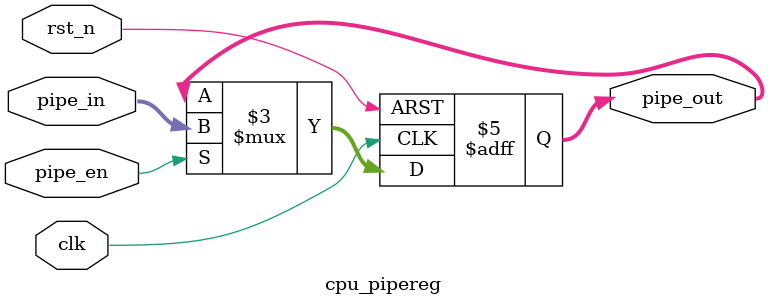
<source format=sv>
module cpu_pipereg(clk, rst_n, pipe_in, pipe_out, pipe_en);
    
    parameter PIPE_WIDTH = 32;

    input                       clk, rst_n;
    input                       pipe_en;
    input      [PIPE_WIDTH-1:0] pipe_in;
    output reg [PIPE_WIDTH-1:0] pipe_out;

    always_ff @(posedge clk or negedge rst_n) begin
        if (!rst_n) begin
            pipe_out <= {PIPE_WIDTH{1'b0}};
        end
        else begin
            if (pipe_en) pipe_out <= pipe_in;
        end
    end

endmodule

</source>
